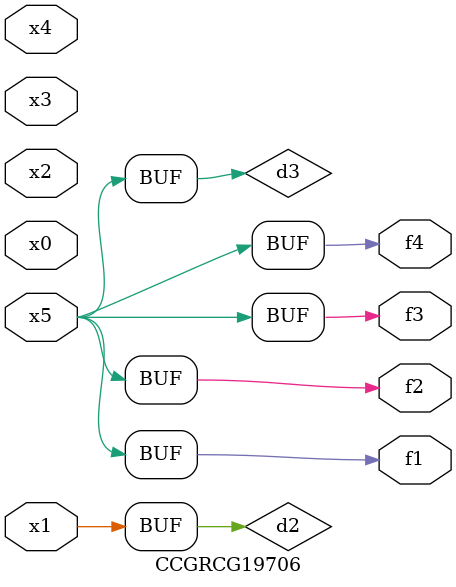
<source format=v>
module CCGRCG19706(
	input x0, x1, x2, x3, x4, x5,
	output f1, f2, f3, f4
);

	wire d1, d2, d3;

	not (d1, x5);
	or (d2, x1);
	xnor (d3, d1);
	assign f1 = d3;
	assign f2 = d3;
	assign f3 = d3;
	assign f4 = d3;
endmodule

</source>
